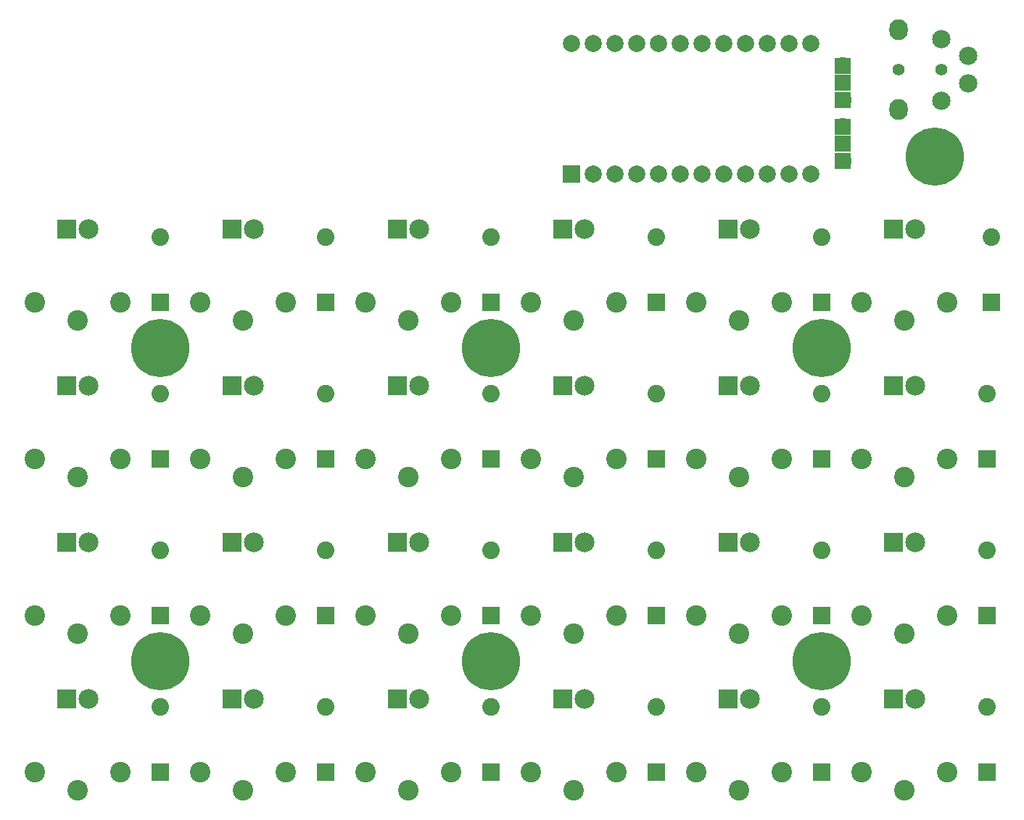
<source format=gbr>
G04 #@! TF.FileFunction,Soldermask,Top*
%FSLAX46Y46*%
G04 Gerber Fmt 4.6, Leading zero omitted, Abs format (unit mm)*
G04 Created by KiCad (PCBNEW 4.0.7) date 05/28/18 22:28:37*
%MOMM*%
%LPD*%
G01*
G04 APERTURE LIST*
%ADD10C,0.100000*%
%ADD11C,2.400000*%
%ADD12R,2.305000X2.305000*%
%ADD13C,2.305000*%
%ADD14C,2.051000*%
%ADD15R,2.051000X2.051000*%
%ADD16R,1.924000X1.924000*%
%ADD17C,1.924000*%
%ADD18O,2.152600X2.457400*%
%ADD19C,2.152600*%
%ADD20C,1.390600*%
%ADD21R,2.000000X2.000000*%
%ADD22C,2.000000*%
%ADD23C,6.800000*%
G04 APERTURE END LIST*
D10*
D11*
X112188000Y-92192000D03*
D12*
X105918000Y-83592000D03*
D13*
X108458000Y-83592000D03*
D11*
X107188000Y-94292000D03*
X102188000Y-92192000D03*
D14*
X39624000Y-48006000D03*
D15*
X39624000Y-55626000D03*
D14*
X39624000Y-66294000D03*
D15*
X39624000Y-73914000D03*
D14*
X39624000Y-84582000D03*
D15*
X39624000Y-92202000D03*
D14*
X39624000Y-102870000D03*
D15*
X39624000Y-110490000D03*
D14*
X58928000Y-48006000D03*
D15*
X58928000Y-55626000D03*
D14*
X58928000Y-66294000D03*
D15*
X58928000Y-73914000D03*
D14*
X58928000Y-84582000D03*
D15*
X58928000Y-92202000D03*
D14*
X58928000Y-102870000D03*
D15*
X58928000Y-110490000D03*
D14*
X78232000Y-48006000D03*
D15*
X78232000Y-55626000D03*
D14*
X78232000Y-66294000D03*
D15*
X78232000Y-73914000D03*
D14*
X78232000Y-84582000D03*
D15*
X78232000Y-92202000D03*
D14*
X78232000Y-102870000D03*
D15*
X78232000Y-110490000D03*
D14*
X97536000Y-48006000D03*
D15*
X97536000Y-55626000D03*
D14*
X97536000Y-66294000D03*
D15*
X97536000Y-73914000D03*
D14*
X97536000Y-84582000D03*
D15*
X97536000Y-92202000D03*
D14*
X97536000Y-102870000D03*
D15*
X97536000Y-110490000D03*
D14*
X116840000Y-48006000D03*
D15*
X116840000Y-55626000D03*
D14*
X116840000Y-66294000D03*
D15*
X116840000Y-73914000D03*
D14*
X116840000Y-84582000D03*
D15*
X116840000Y-92202000D03*
D14*
X116840000Y-102870000D03*
D15*
X116840000Y-110490000D03*
D14*
X136652000Y-48006000D03*
D15*
X136652000Y-55626000D03*
D14*
X136144000Y-66294000D03*
D15*
X136144000Y-73914000D03*
D14*
X136144000Y-84582000D03*
D15*
X136144000Y-92202000D03*
D14*
X136144000Y-102870000D03*
D15*
X136144000Y-110490000D03*
D16*
X119348000Y-27972000D03*
X119348000Y-29972000D03*
X119348000Y-31972000D03*
X119348000Y-27972000D03*
X119348000Y-29972000D03*
X119348000Y-31972000D03*
D17*
X119338000Y-29962000D03*
X119358000Y-31972000D03*
X119338000Y-27962000D03*
D18*
X125831600Y-23799800D03*
D19*
X130835400Y-32054800D03*
X133934200Y-26847800D03*
D18*
X125831600Y-33096200D03*
D19*
X133934200Y-30048200D03*
X130835400Y-24841200D03*
D20*
X125831600Y-28448000D03*
X130835400Y-28448000D03*
D16*
X119348000Y-35084000D03*
X119348000Y-37084000D03*
X119348000Y-39084000D03*
X119348000Y-35084000D03*
X119348000Y-37084000D03*
X119348000Y-39084000D03*
D17*
X119338000Y-37074000D03*
X119358000Y-39084000D03*
X119338000Y-35074000D03*
D11*
X34972000Y-55616000D03*
D12*
X28702000Y-47016000D03*
D13*
X31242000Y-47016000D03*
D11*
X29972000Y-57716000D03*
X24972000Y-55616000D03*
X34972000Y-73904000D03*
D12*
X28702000Y-65304000D03*
D13*
X31242000Y-65304000D03*
D11*
X29972000Y-76004000D03*
X24972000Y-73904000D03*
X34972000Y-92192000D03*
D12*
X28702000Y-83592000D03*
D13*
X31242000Y-83592000D03*
D11*
X29972000Y-94292000D03*
X24972000Y-92192000D03*
X34972000Y-110480000D03*
D12*
X28702000Y-101880000D03*
D13*
X31242000Y-101880000D03*
D11*
X29972000Y-112580000D03*
X24972000Y-110480000D03*
X54276000Y-55616000D03*
D12*
X48006000Y-47016000D03*
D13*
X50546000Y-47016000D03*
D11*
X49276000Y-57716000D03*
X44276000Y-55616000D03*
X54276000Y-73904000D03*
D12*
X48006000Y-65304000D03*
D13*
X50546000Y-65304000D03*
D11*
X49276000Y-76004000D03*
X44276000Y-73904000D03*
X54276000Y-92192000D03*
D12*
X48006000Y-83592000D03*
D13*
X50546000Y-83592000D03*
D11*
X49276000Y-94292000D03*
X44276000Y-92192000D03*
X54276000Y-110480000D03*
D12*
X48006000Y-101880000D03*
D13*
X50546000Y-101880000D03*
D11*
X49276000Y-112580000D03*
X44276000Y-110480000D03*
X73580000Y-55616000D03*
D12*
X67310000Y-47016000D03*
D13*
X69850000Y-47016000D03*
D11*
X68580000Y-57716000D03*
X63580000Y-55616000D03*
X73580000Y-73904000D03*
D12*
X67310000Y-65304000D03*
D13*
X69850000Y-65304000D03*
D11*
X68580000Y-76004000D03*
X63580000Y-73904000D03*
X73580000Y-92192000D03*
D12*
X67310000Y-83592000D03*
D13*
X69850000Y-83592000D03*
D11*
X68580000Y-94292000D03*
X63580000Y-92192000D03*
X73580000Y-110480000D03*
D12*
X67310000Y-101880000D03*
D13*
X69850000Y-101880000D03*
D11*
X68580000Y-112580000D03*
X63580000Y-110480000D03*
X92884000Y-55616000D03*
D12*
X86614000Y-47016000D03*
D13*
X89154000Y-47016000D03*
D11*
X87884000Y-57716000D03*
X82884000Y-55616000D03*
X92884000Y-73904000D03*
D12*
X86614000Y-65304000D03*
D13*
X89154000Y-65304000D03*
D11*
X87884000Y-76004000D03*
X82884000Y-73904000D03*
X92884000Y-92192000D03*
D12*
X86614000Y-83592000D03*
D13*
X89154000Y-83592000D03*
D11*
X87884000Y-94292000D03*
X82884000Y-92192000D03*
X92884000Y-110480000D03*
D12*
X86614000Y-101880000D03*
D13*
X89154000Y-101880000D03*
D11*
X87884000Y-112580000D03*
X82884000Y-110480000D03*
X112188000Y-55616000D03*
D12*
X105918000Y-47016000D03*
D13*
X108458000Y-47016000D03*
D11*
X107188000Y-57716000D03*
X102188000Y-55616000D03*
X112188000Y-73904000D03*
D12*
X105918000Y-65304000D03*
D13*
X108458000Y-65304000D03*
D11*
X107188000Y-76004000D03*
X102188000Y-73904000D03*
X112188000Y-110480000D03*
D12*
X105918000Y-101880000D03*
D13*
X108458000Y-101880000D03*
D11*
X107188000Y-112580000D03*
X102188000Y-110480000D03*
X131492000Y-55616000D03*
D12*
X125222000Y-47016000D03*
D13*
X127762000Y-47016000D03*
D11*
X126492000Y-57716000D03*
X121492000Y-55616000D03*
X131492000Y-73904000D03*
D12*
X125222000Y-65304000D03*
D13*
X127762000Y-65304000D03*
D11*
X126492000Y-76004000D03*
X121492000Y-73904000D03*
X131492000Y-92192000D03*
D12*
X125222000Y-83592000D03*
D13*
X127762000Y-83592000D03*
D11*
X126492000Y-94292000D03*
X121492000Y-92192000D03*
X131492000Y-110480000D03*
D12*
X125222000Y-101880000D03*
D13*
X127762000Y-101880000D03*
D11*
X126492000Y-112580000D03*
X121492000Y-110480000D03*
D21*
X87630000Y-40640000D03*
D22*
X90170000Y-40640000D03*
X92710000Y-40640000D03*
X95250000Y-40640000D03*
X97790000Y-40640000D03*
X100330000Y-40640000D03*
X102870000Y-40640000D03*
X105410000Y-40640000D03*
X107950000Y-40640000D03*
X110490000Y-40640000D03*
X113030000Y-40640000D03*
X115570000Y-40640000D03*
X115570000Y-25400000D03*
X113030000Y-25400000D03*
X110490000Y-25400000D03*
X107950000Y-25400000D03*
X105410000Y-25400000D03*
X102870000Y-25400000D03*
X100330000Y-25400000D03*
X97790000Y-25400000D03*
X95250000Y-25400000D03*
X92710000Y-25400000D03*
X90170000Y-25400000D03*
X87630000Y-25400000D03*
D23*
X116840000Y-97536000D03*
X116840000Y-60960000D03*
X39624000Y-97536000D03*
X130048000Y-38608000D03*
X78232000Y-97536000D03*
X39624000Y-60960000D03*
X78232000Y-60960000D03*
M02*

</source>
